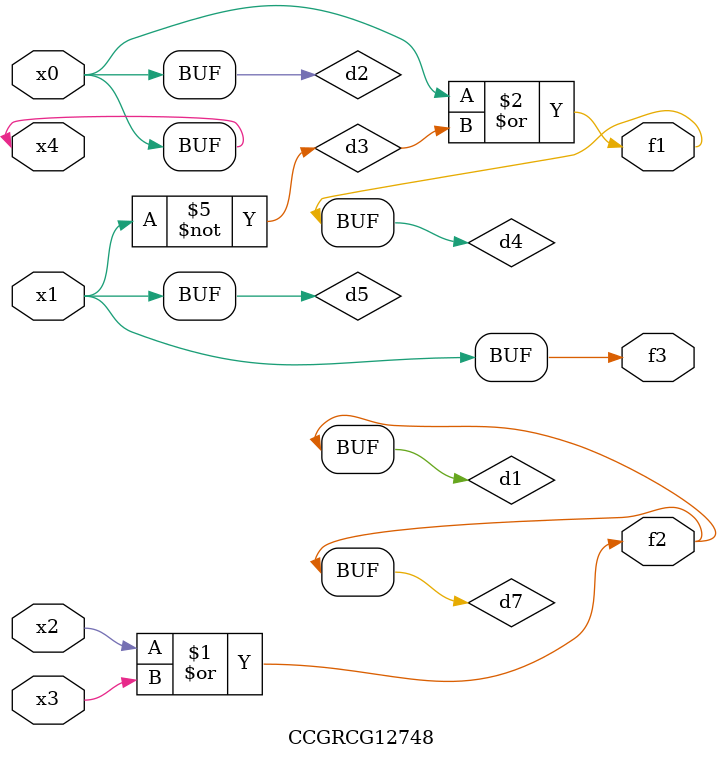
<source format=v>
module CCGRCG12748(
	input x0, x1, x2, x3, x4,
	output f1, f2, f3
);

	wire d1, d2, d3, d4, d5, d6, d7;

	or (d1, x2, x3);
	buf (d2, x0, x4);
	not (d3, x1);
	or (d4, d2, d3);
	not (d5, d3);
	nand (d6, d1, d3);
	or (d7, d1);
	assign f1 = d4;
	assign f2 = d7;
	assign f3 = d5;
endmodule

</source>
